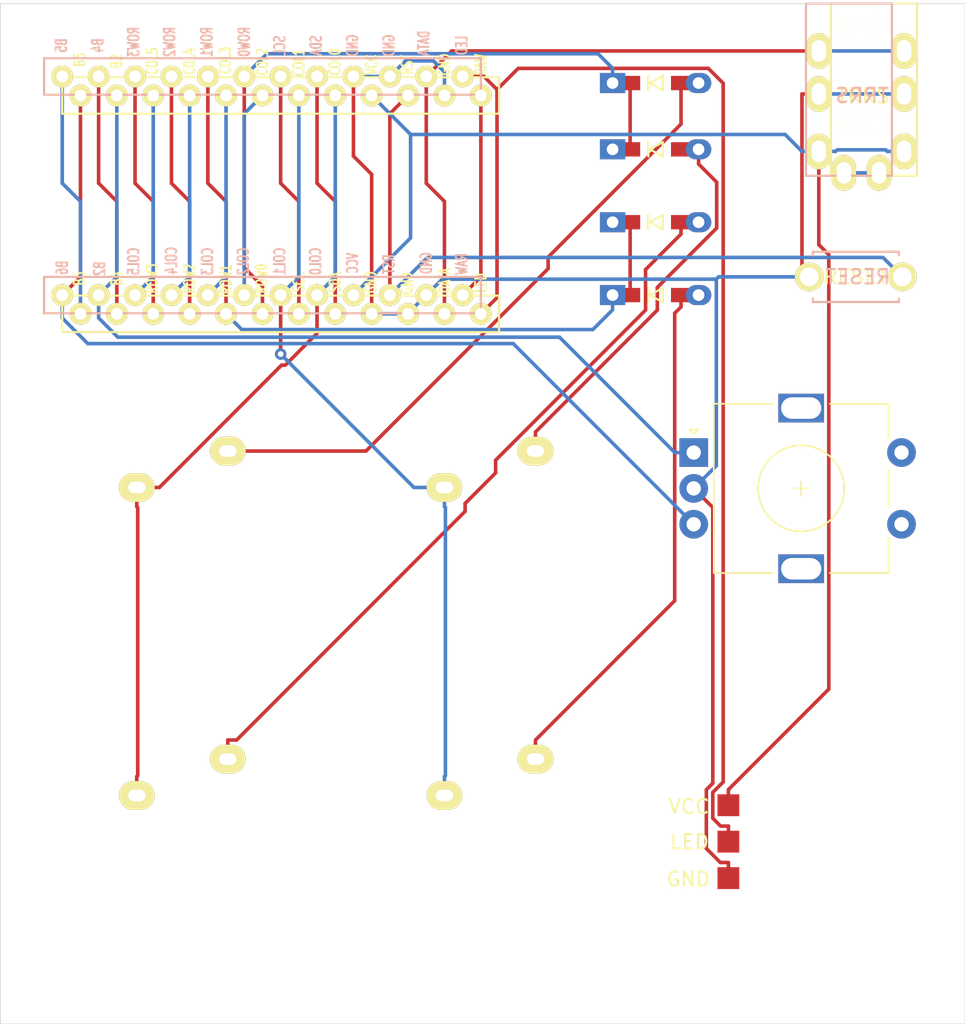
<source format=kicad_pcb>
(kicad_pcb (version 20171130) (host pcbnew 5.1.5+dfsg1-2build2)

  (general
    (thickness 1.6)
    (drawings 5)
    (tracks 197)
    (zones 0)
    (modules 13)
    (nets 28)
  )

  (page A4)
  (layers
    (0 F.Cu signal)
    (31 B.Cu signal)
    (32 B.Adhes user)
    (33 F.Adhes user)
    (34 B.Paste user)
    (35 F.Paste user)
    (36 B.SilkS user)
    (37 F.SilkS user)
    (38 B.Mask user)
    (39 F.Mask user)
    (40 Dwgs.User user)
    (41 Cmts.User user)
    (42 Eco1.User user)
    (43 Eco2.User user)
    (44 Edge.Cuts user)
    (45 Margin user)
    (46 B.CrtYd user)
    (47 F.CrtYd user)
    (48 B.Fab user)
    (49 F.Fab user)
  )

  (setup
    (last_trace_width 0.25)
    (trace_clearance 0.2)
    (zone_clearance 0.508)
    (zone_45_only no)
    (trace_min 0.2)
    (via_size 0.8)
    (via_drill 0.4)
    (via_min_size 0.4)
    (via_min_drill 0.3)
    (uvia_size 0.3)
    (uvia_drill 0.1)
    (uvias_allowed no)
    (uvia_min_size 0.2)
    (uvia_min_drill 0.1)
    (edge_width 0.05)
    (segment_width 0.2)
    (pcb_text_width 0.3)
    (pcb_text_size 1.5 1.5)
    (mod_edge_width 0.12)
    (mod_text_size 1 1)
    (mod_text_width 0.15)
    (pad_size 1.524 1.524)
    (pad_drill 0.762)
    (pad_to_mask_clearance 0.051)
    (solder_mask_min_width 0.25)
    (aux_axis_origin 0 0)
    (visible_elements FFFFFF7F)
    (pcbplotparams
      (layerselection 0x010fc_ffffffff)
      (usegerberextensions false)
      (usegerberattributes false)
      (usegerberadvancedattributes false)
      (creategerberjobfile false)
      (excludeedgelayer true)
      (linewidth 0.100000)
      (plotframeref false)
      (viasonmask false)
      (mode 1)
      (useauxorigin false)
      (hpglpennumber 1)
      (hpglpenspeed 20)
      (hpglpendiameter 15.000000)
      (psnegative false)
      (psa4output false)
      (plotreference true)
      (plotvalue true)
      (plotinvisibletext false)
      (padsonsilk false)
      (subtractmaskfromsilk false)
      (outputformat 1)
      (mirror false)
      (drillshape 1)
      (scaleselection 1)
      (outputdirectory ""))
  )

  (net 0 "")
  (net 1 row0)
  (net 2 "Net-(D1-Pad2)")
  (net 3 "Net-(D2-Pad2)")
  (net 4 row1)
  (net 5 "Net-(D3-Pad2)")
  (net 6 "Net-(D4-Pad2)")
  (net 7 VCC)
  (net 8 "Net-(J1-PadA)")
  (net 9 data)
  (net 10 GND)
  (net 11 LED)
  (net 12 col0)
  (net 13 col1)
  (net 14 reset)
  (net 15 pin1)
  (net 16 pin0)
  (net 17 "Net-(U1-Pad24)")
  (net 18 "Net-(U1-Pad18)")
  (net 19 "Net-(U1-Pad17)")
  (net 20 "Net-(U1-Pad16)")
  (net 21 "Net-(U1-Pad15)")
  (net 22 "Net-(U1-Pad12)")
  (net 23 "Net-(U1-Pad11)")
  (net 24 "Net-(U1-Pad10)")
  (net 25 "Net-(U1-Pad9)")
  (net 26 "Net-(U1-Pad6)")
  (net 27 "Net-(U1-Pad5)")

  (net_class Default "これはデフォルトのネット クラスです。"
    (clearance 0.2)
    (trace_width 0.25)
    (via_dia 0.8)
    (via_drill 0.4)
    (uvia_dia 0.3)
    (uvia_drill 0.1)
    (add_net GND)
    (add_net LED)
    (add_net "Net-(D1-Pad2)")
    (add_net "Net-(D2-Pad2)")
    (add_net "Net-(D3-Pad2)")
    (add_net "Net-(D4-Pad2)")
    (add_net "Net-(J1-PadA)")
    (add_net "Net-(U1-Pad10)")
    (add_net "Net-(U1-Pad11)")
    (add_net "Net-(U1-Pad12)")
    (add_net "Net-(U1-Pad15)")
    (add_net "Net-(U1-Pad16)")
    (add_net "Net-(U1-Pad17)")
    (add_net "Net-(U1-Pad18)")
    (add_net "Net-(U1-Pad24)")
    (add_net "Net-(U1-Pad5)")
    (add_net "Net-(U1-Pad6)")
    (add_net "Net-(U1-Pad9)")
    (add_net VCC)
    (add_net col0)
    (add_net col1)
    (add_net data)
    (add_net pin0)
    (add_net pin1)
    (add_net reset)
    (add_net row0)
    (add_net row1)
  )

  (module kbd:D3_TH (layer F.Cu) (tedit 5F85C08E) (tstamp 6150A9EB)
    (at 73.66 44.9085)
    (descr "Resitance 3 pas")
    (tags R)
    (path /61513E59)
    (autoplace_cost180 10)
    (fp_text reference D1 (at 0.55 0 -180) (layer F.Fab) hide
      (effects (font (size 0.5 0.5) (thickness 0.125)))
    )
    (fp_text value D (at -0.55 0 -180) (layer F.Fab) hide
      (effects (font (size 0.5 0.5) (thickness 0.125)))
    )
    (fp_line (start -0.4 0) (end 0.5 -0.5) (layer F.SilkS) (width 0.15))
    (fp_line (start 0.5 -0.5) (end 0.5 0.5) (layer F.SilkS) (width 0.15))
    (fp_line (start 0.5 0.5) (end -0.4 0) (layer F.SilkS) (width 0.15))
    (fp_line (start -0.5 -0.5) (end -0.5 0.5) (layer F.SilkS) (width 0.15))
    (pad 1 thru_hole rect (at -3 0) (size 1.778 1.397) (drill 0.8128) (layers *.Cu B.Mask)
      (net 1 row0))
    (pad 2 thru_hole oval (at 3 0) (size 1.778 1.397) (drill 0.8128) (layers *.Cu B.Mask)
      (net 2 "Net-(D1-Pad2)"))
    (pad 1 smd rect (at -1.775 0 180) (size 1.4 1) (layers F.Cu F.Paste F.Mask)
      (net 1 row0))
    (pad 2 smd rect (at 1.775 0 180) (size 1.4 1) (layers F.Cu F.Paste F.Mask)
      (net 2 "Net-(D1-Pad2)"))
    (model Diodes_SMD.3dshapes/SMB_Handsoldering.wrl
      (at (xyz 0 0 0))
      (scale (xyz 0.22 0.15 0.15))
      (rotate (xyz 0 0 180))
    )
    (model "/Users/foostan/src/github.com/foostan/kbd/kicad-packages3D/kbd.3dshapes/D_SOD-123 Soldered.step"
      (at (xyz 0 0 0))
      (scale (xyz 1 1 1))
      (rotate (xyz 0 0 0))
    )
    (model /Users/foostan/src/github.com/foostan/kbd/kicad-packages3D/kbd.3dshapes/D_SOD-123.step
      (at (xyz 0 0 0))
      (scale (xyz 1 1 1))
      (rotate (xyz 0 0 0))
    )
  )

  (module kbd:D3_TH (layer F.Cu) (tedit 5F85C08E) (tstamp 6150A9F7)
    (at 73.66 54.61)
    (descr "Resitance 3 pas")
    (tags R)
    (path /61514799)
    (autoplace_cost180 10)
    (fp_text reference D2 (at 0.55 0 -180) (layer F.Fab) hide
      (effects (font (size 0.5 0.5) (thickness 0.125)))
    )
    (fp_text value D (at -0.55 0 -180) (layer F.Fab) hide
      (effects (font (size 0.5 0.5) (thickness 0.125)))
    )
    (fp_line (start -0.5 -0.5) (end -0.5 0.5) (layer F.SilkS) (width 0.15))
    (fp_line (start 0.5 0.5) (end -0.4 0) (layer F.SilkS) (width 0.15))
    (fp_line (start 0.5 -0.5) (end 0.5 0.5) (layer F.SilkS) (width 0.15))
    (fp_line (start -0.4 0) (end 0.5 -0.5) (layer F.SilkS) (width 0.15))
    (pad 2 smd rect (at 1.775 0 180) (size 1.4 1) (layers F.Cu F.Paste F.Mask)
      (net 3 "Net-(D2-Pad2)"))
    (pad 1 smd rect (at -1.775 0 180) (size 1.4 1) (layers F.Cu F.Paste F.Mask)
      (net 4 row1))
    (pad 2 thru_hole oval (at 3 0) (size 1.778 1.397) (drill 0.8128) (layers *.Cu B.Mask)
      (net 3 "Net-(D2-Pad2)"))
    (pad 1 thru_hole rect (at -3 0) (size 1.778 1.397) (drill 0.8128) (layers *.Cu B.Mask)
      (net 4 row1))
    (model Diodes_SMD.3dshapes/SMB_Handsoldering.wrl
      (at (xyz 0 0 0))
      (scale (xyz 0.22 0.15 0.15))
      (rotate (xyz 0 0 180))
    )
    (model "/Users/foostan/src/github.com/foostan/kbd/kicad-packages3D/kbd.3dshapes/D_SOD-123 Soldered.step"
      (at (xyz 0 0 0))
      (scale (xyz 1 1 1))
      (rotate (xyz 0 0 0))
    )
    (model /Users/foostan/src/github.com/foostan/kbd/kicad-packages3D/kbd.3dshapes/D_SOD-123.step
      (at (xyz 0 0 0))
      (scale (xyz 1 1 1))
      (rotate (xyz 0 0 0))
    )
  )

  (module kbd:D3_TH (layer F.Cu) (tedit 5F85C08E) (tstamp 6150AA03)
    (at 73.66 49.53)
    (descr "Resitance 3 pas")
    (tags R)
    (path /61515100)
    (autoplace_cost180 10)
    (fp_text reference D3 (at 0.55 0 -180) (layer F.Fab) hide
      (effects (font (size 0.5 0.5) (thickness 0.125)))
    )
    (fp_text value D (at -0.55 0 -180) (layer F.Fab) hide
      (effects (font (size 0.5 0.5) (thickness 0.125)))
    )
    (fp_line (start -0.4 0) (end 0.5 -0.5) (layer F.SilkS) (width 0.15))
    (fp_line (start 0.5 -0.5) (end 0.5 0.5) (layer F.SilkS) (width 0.15))
    (fp_line (start 0.5 0.5) (end -0.4 0) (layer F.SilkS) (width 0.15))
    (fp_line (start -0.5 -0.5) (end -0.5 0.5) (layer F.SilkS) (width 0.15))
    (pad 1 thru_hole rect (at -3 0) (size 1.778 1.397) (drill 0.8128) (layers *.Cu B.Mask)
      (net 1 row0))
    (pad 2 thru_hole oval (at 3 0) (size 1.778 1.397) (drill 0.8128) (layers *.Cu B.Mask)
      (net 5 "Net-(D3-Pad2)"))
    (pad 1 smd rect (at -1.775 0 180) (size 1.4 1) (layers F.Cu F.Paste F.Mask)
      (net 1 row0))
    (pad 2 smd rect (at 1.775 0 180) (size 1.4 1) (layers F.Cu F.Paste F.Mask)
      (net 5 "Net-(D3-Pad2)"))
    (model Diodes_SMD.3dshapes/SMB_Handsoldering.wrl
      (at (xyz 0 0 0))
      (scale (xyz 0.22 0.15 0.15))
      (rotate (xyz 0 0 180))
    )
    (model "/Users/foostan/src/github.com/foostan/kbd/kicad-packages3D/kbd.3dshapes/D_SOD-123 Soldered.step"
      (at (xyz 0 0 0))
      (scale (xyz 1 1 1))
      (rotate (xyz 0 0 0))
    )
    (model /Users/foostan/src/github.com/foostan/kbd/kicad-packages3D/kbd.3dshapes/D_SOD-123.step
      (at (xyz 0 0 0))
      (scale (xyz 1 1 1))
      (rotate (xyz 0 0 0))
    )
  )

  (module kbd:D3_TH (layer F.Cu) (tedit 5F85C08E) (tstamp 6150AA0F)
    (at 73.66 59.69)
    (descr "Resitance 3 pas")
    (tags R)
    (path /61515AF4)
    (autoplace_cost180 10)
    (fp_text reference D4 (at 0.55 0 -180) (layer F.Fab) hide
      (effects (font (size 0.5 0.5) (thickness 0.125)))
    )
    (fp_text value D (at -0.55 0 -180) (layer F.Fab) hide
      (effects (font (size 0.5 0.5) (thickness 0.125)))
    )
    (fp_line (start -0.5 -0.5) (end -0.5 0.5) (layer F.SilkS) (width 0.15))
    (fp_line (start 0.5 0.5) (end -0.4 0) (layer F.SilkS) (width 0.15))
    (fp_line (start 0.5 -0.5) (end 0.5 0.5) (layer F.SilkS) (width 0.15))
    (fp_line (start -0.4 0) (end 0.5 -0.5) (layer F.SilkS) (width 0.15))
    (pad 2 smd rect (at 1.775 0 180) (size 1.4 1) (layers F.Cu F.Paste F.Mask)
      (net 6 "Net-(D4-Pad2)"))
    (pad 1 smd rect (at -1.775 0 180) (size 1.4 1) (layers F.Cu F.Paste F.Mask)
      (net 4 row1))
    (pad 2 thru_hole oval (at 3 0) (size 1.778 1.397) (drill 0.8128) (layers *.Cu B.Mask)
      (net 6 "Net-(D4-Pad2)"))
    (pad 1 thru_hole rect (at -3 0) (size 1.778 1.397) (drill 0.8128) (layers *.Cu B.Mask)
      (net 4 row1))
    (model Diodes_SMD.3dshapes/SMB_Handsoldering.wrl
      (at (xyz 0 0 0))
      (scale (xyz 0.22 0.15 0.15))
      (rotate (xyz 0 0 180))
    )
    (model "/Users/foostan/src/github.com/foostan/kbd/kicad-packages3D/kbd.3dshapes/D_SOD-123 Soldered.step"
      (at (xyz 0 0 0))
      (scale (xyz 1 1 1))
      (rotate (xyz 0 0 0))
    )
    (model /Users/foostan/src/github.com/foostan/kbd/kicad-packages3D/kbd.3dshapes/D_SOD-123.step
      (at (xyz 0 0 0))
      (scale (xyz 1 1 1))
      (rotate (xyz 0 0 0))
    )
  )

  (module kbd:MJ-4PP-9 (layer F.Cu) (tedit 5B986A1E) (tstamp 6150AA29)
    (at 88.9 39.37)
    (path /6162200D)
    (fp_text reference J1 (at -0.85 4.95) (layer F.Fab)
      (effects (font (size 1 1) (thickness 0.15)))
    )
    (fp_text value MJ-4PP-9 (at 0 14) (layer F.Fab) hide
      (effects (font (size 1 1) (thickness 0.15)))
    )
    (fp_text user TRRS (at -0.8255 6.4135) (layer B.SilkS)
      (effects (font (size 1 1) (thickness 0.15)) (justify mirror))
    )
    (fp_line (start -4.75 12) (end -4.75 0) (layer B.SilkS) (width 0.15))
    (fp_line (start 1.25 12) (end -4.75 12) (layer B.SilkS) (width 0.15))
    (fp_line (start 1.25 0) (end 1.25 12) (layer B.SilkS) (width 0.15))
    (fp_line (start -4.75 0) (end 1.25 0) (layer B.SilkS) (width 0.15))
    (fp_line (start -3 0) (end 3 0) (layer F.SilkS) (width 0.15))
    (fp_line (start 3 0) (end 3 12) (layer F.SilkS) (width 0.15))
    (fp_line (start 3 12) (end -3 12) (layer F.SilkS) (width 0.15))
    (fp_line (start -3 12) (end -3 0) (layer F.SilkS) (width 0.15))
    (fp_text user TRRS (at -0.75 6.45) (layer F.SilkS)
      (effects (font (size 1 1) (thickness 0.15)))
    )
    (pad "" np_thru_hole circle (at -1.75 8.5) (size 1.2 1.2) (drill 1.2) (layers *.Cu *.Mask F.SilkS))
    (pad "" np_thru_hole circle (at -1.75 1.5) (size 1.2 1.2) (drill 1.2) (layers *.Cu *.Mask F.SilkS))
    (pad D thru_hole oval (at -3.85 10.3) (size 1.7 2.5) (drill oval 1 1.5) (layers *.Cu *.Mask F.SilkS)
      (net 7 VCC) (clearance 0.15))
    (pad A thru_hole oval (at 0.35 11.8) (size 1.7 2.5) (drill oval 1 1.5) (layers *.Cu *.Mask F.SilkS)
      (net 8 "Net-(J1-PadA)") (clearance 0.15))
    (pad B thru_hole oval (at -3.85 3.3) (size 1.7 2.5) (drill oval 1 1.5) (layers *.Cu *.Mask F.SilkS)
      (net 9 data))
    (pad C thru_hole oval (at -3.85 6.3) (size 1.7 2.5) (drill oval 1 1.5) (layers *.Cu *.Mask F.SilkS)
      (net 10 GND))
    (pad "" np_thru_hole circle (at 0 1.5) (size 1.2 1.2) (drill 1.2) (layers *.Cu *.Mask F.SilkS))
    (pad "" np_thru_hole circle (at 0 8.5) (size 1.2 1.2) (drill 1.2) (layers *.Cu *.Mask F.SilkS))
    (pad B thru_hole oval (at 2.1 3.3) (size 1.7 2.5) (drill oval 1 1.5) (layers *.Cu *.Mask F.SilkS)
      (net 9 data))
    (pad C thru_hole oval (at 2.1 6.3) (size 1.7 2.5) (drill oval 1 1.5) (layers *.Cu *.Mask F.SilkS)
      (net 10 GND))
    (pad D thru_hole oval (at 2.1 10.3) (size 1.7 2.5) (drill oval 1 1.5) (layers *.Cu *.Mask F.SilkS)
      (net 7 VCC) (clearance 0.15))
    (pad A thru_hole oval (at -2.1 11.8) (size 1.7 2.5) (drill oval 1 1.5) (layers *.Cu *.Mask F.SilkS)
      (net 8 "Net-(J1-PadA)") (clearance 0.15))
    (model "../../../../../../Users/pluis/Documents/Magic Briefcase/Documents/KiCad/3d/AB2_TRS_3p5MM_PTH.wrl"
      (at (xyz 0 0 0))
      (scale (xyz 0.42 0.42 0.42))
      (rotate (xyz 0 0 90))
    )
  )

  (module kbd:StripLED_1side (layer F.Cu) (tedit 5CC6A803) (tstamp 6150AA33)
    (at 78.74 95.25)
    (path /615A522A)
    (fp_text reference L1 (at 0 -2.54) (layer F.SilkS) hide
      (effects (font (size 1 1) (thickness 0.15)))
    )
    (fp_text value SELIAL_LED_TEAP (at 0 7.62) (layer F.Fab) hide
      (effects (font (size 1 1) (thickness 0.15)))
    )
    (fp_text user VCC (at -2.75 0.1) (layer F.SilkS)
      (effects (font (size 1 1) (thickness 0.15)))
    )
    (fp_text user LED (at -2.71 2.56) (layer F.SilkS)
      (effects (font (size 1 1) (thickness 0.15)))
    )
    (fp_text user GND (at -2.8 5.15) (layer F.SilkS)
      (effects (font (size 1 1) (thickness 0.15)))
    )
    (pad 3 smd rect (at 0 5.08) (size 1.524 1.524) (layers F.Cu F.Mask)
      (net 10 GND))
    (pad 2 smd rect (at 0 2.54) (size 1.524 1.524) (layers F.Cu F.Mask)
      (net 11 LED))
    (pad 1 smd rect (at 0 0) (size 1.524 1.524) (layers F.Cu F.Mask)
      (net 7 VCC))
  )

  (module kbd:CherryMX_1u (layer F.Cu) (tedit 5DD09E25) (tstamp 6150AA48)
    (at 41.27 75.64)
    (path /6150DB2A)
    (fp_text reference SW1 (at 4.6 6 180) (layer Dwgs.User) hide
      (effects (font (size 1 1) (thickness 0.15)))
    )
    (fp_text value SW_PUSH (at -0.5 6 180) (layer Dwgs.User) hide
      (effects (font (size 1 1) (thickness 0.15)))
    )
    (fp_line (start -6 7) (end -7 7) (layer Dwgs.User) (width 0.15))
    (fp_line (start -7 6) (end -7 7) (layer Dwgs.User) (width 0.15))
    (fp_line (start 7 -7) (end 6 -7) (layer Dwgs.User) (width 0.15))
    (fp_line (start 7 -6) (end 7 -7) (layer Dwgs.User) (width 0.15))
    (fp_line (start 7 7) (end 7 6) (layer Dwgs.User) (width 0.15))
    (fp_line (start 6 7) (end 7 7) (layer Dwgs.User) (width 0.15))
    (fp_line (start -7 -7) (end -6 -7) (layer Dwgs.User) (width 0.15))
    (fp_line (start -7 -6) (end -7 -7) (layer Dwgs.User) (width 0.15))
    (fp_line (start -9.525 9.525) (end -9.525 -9.525) (layer Dwgs.User) (width 0.15))
    (fp_line (start 9.525 9.525) (end -9.525 9.525) (layer Dwgs.User) (width 0.15))
    (fp_line (start 9.525 -9.525) (end 9.525 9.525) (layer Dwgs.User) (width 0.15))
    (fp_line (start -9.525 -9.525) (end 9.525 -9.525) (layer Dwgs.User) (width 0.15))
    (pad 1 thru_hole oval (at -3.81 -2.54) (size 2.5 2) (drill oval 1.2 0.8) (layers *.Cu F.SilkS B.Mask)
      (net 12 col0))
    (pad 2 thru_hole oval (at 2.54 -5.08) (size 2.5 2) (drill oval 1.2 0.8) (layers *.Cu F.SilkS B.Mask)
      (net 2 "Net-(D1-Pad2)"))
    (pad "" np_thru_hole circle (at 5.08 0 90) (size 1.9 1.9) (drill 1.9) (layers *.Cu *.Mask))
    (pad "" np_thru_hole circle (at -5.08 0 90) (size 1.9 1.9) (drill 1.9) (layers *.Cu *.Mask))
    (pad "" np_thru_hole circle (at 0 0 90) (size 4 4) (drill 4) (layers *.Cu *.Mask))
  )

  (module kbd:CherryMX_1u (layer F.Cu) (tedit 5DD09E25) (tstamp 6150AA5D)
    (at 41.27 97.11)
    (path /6150E78B)
    (fp_text reference SW2 (at 4.6 6 180) (layer Dwgs.User) hide
      (effects (font (size 1 1) (thickness 0.15)))
    )
    (fp_text value SW_PUSH (at -0.5 6 180) (layer Dwgs.User) hide
      (effects (font (size 1 1) (thickness 0.15)))
    )
    (fp_line (start -9.525 -9.525) (end 9.525 -9.525) (layer Dwgs.User) (width 0.15))
    (fp_line (start 9.525 -9.525) (end 9.525 9.525) (layer Dwgs.User) (width 0.15))
    (fp_line (start 9.525 9.525) (end -9.525 9.525) (layer Dwgs.User) (width 0.15))
    (fp_line (start -9.525 9.525) (end -9.525 -9.525) (layer Dwgs.User) (width 0.15))
    (fp_line (start -7 -6) (end -7 -7) (layer Dwgs.User) (width 0.15))
    (fp_line (start -7 -7) (end -6 -7) (layer Dwgs.User) (width 0.15))
    (fp_line (start 6 7) (end 7 7) (layer Dwgs.User) (width 0.15))
    (fp_line (start 7 7) (end 7 6) (layer Dwgs.User) (width 0.15))
    (fp_line (start 7 -6) (end 7 -7) (layer Dwgs.User) (width 0.15))
    (fp_line (start 7 -7) (end 6 -7) (layer Dwgs.User) (width 0.15))
    (fp_line (start -7 6) (end -7 7) (layer Dwgs.User) (width 0.15))
    (fp_line (start -6 7) (end -7 7) (layer Dwgs.User) (width 0.15))
    (pad "" np_thru_hole circle (at 0 0 90) (size 4 4) (drill 4) (layers *.Cu *.Mask))
    (pad "" np_thru_hole circle (at -5.08 0 90) (size 1.9 1.9) (drill 1.9) (layers *.Cu *.Mask))
    (pad "" np_thru_hole circle (at 5.08 0 90) (size 1.9 1.9) (drill 1.9) (layers *.Cu *.Mask))
    (pad 2 thru_hole oval (at 2.54 -5.08) (size 2.5 2) (drill oval 1.2 0.8) (layers *.Cu F.SilkS B.Mask)
      (net 3 "Net-(D2-Pad2)"))
    (pad 1 thru_hole oval (at -3.81 -2.54) (size 2.5 2) (drill oval 1.2 0.8) (layers *.Cu F.SilkS B.Mask)
      (net 12 col0))
  )

  (module kbd:CherryMX_1u (layer F.Cu) (tedit 5DD09E25) (tstamp 6150AA72)
    (at 62.74 75.64)
    (path /6150F93C)
    (fp_text reference SW3 (at 4.6 6 180) (layer Dwgs.User) hide
      (effects (font (size 1 1) (thickness 0.15)))
    )
    (fp_text value SW_PUSH (at -0.5 6 180) (layer Dwgs.User) hide
      (effects (font (size 1 1) (thickness 0.15)))
    )
    (fp_line (start -6 7) (end -7 7) (layer Dwgs.User) (width 0.15))
    (fp_line (start -7 6) (end -7 7) (layer Dwgs.User) (width 0.15))
    (fp_line (start 7 -7) (end 6 -7) (layer Dwgs.User) (width 0.15))
    (fp_line (start 7 -6) (end 7 -7) (layer Dwgs.User) (width 0.15))
    (fp_line (start 7 7) (end 7 6) (layer Dwgs.User) (width 0.15))
    (fp_line (start 6 7) (end 7 7) (layer Dwgs.User) (width 0.15))
    (fp_line (start -7 -7) (end -6 -7) (layer Dwgs.User) (width 0.15))
    (fp_line (start -7 -6) (end -7 -7) (layer Dwgs.User) (width 0.15))
    (fp_line (start -9.525 9.525) (end -9.525 -9.525) (layer Dwgs.User) (width 0.15))
    (fp_line (start 9.525 9.525) (end -9.525 9.525) (layer Dwgs.User) (width 0.15))
    (fp_line (start 9.525 -9.525) (end 9.525 9.525) (layer Dwgs.User) (width 0.15))
    (fp_line (start -9.525 -9.525) (end 9.525 -9.525) (layer Dwgs.User) (width 0.15))
    (pad 1 thru_hole oval (at -3.81 -2.54) (size 2.5 2) (drill oval 1.2 0.8) (layers *.Cu F.SilkS B.Mask)
      (net 13 col1))
    (pad 2 thru_hole oval (at 2.54 -5.08) (size 2.5 2) (drill oval 1.2 0.8) (layers *.Cu F.SilkS B.Mask)
      (net 5 "Net-(D3-Pad2)"))
    (pad "" np_thru_hole circle (at 5.08 0 90) (size 1.9 1.9) (drill 1.9) (layers *.Cu *.Mask))
    (pad "" np_thru_hole circle (at -5.08 0 90) (size 1.9 1.9) (drill 1.9) (layers *.Cu *.Mask))
    (pad "" np_thru_hole circle (at 0 0 90) (size 4 4) (drill 4) (layers *.Cu *.Mask))
  )

  (module kbd:CherryMX_1u (layer F.Cu) (tedit 5DD09E25) (tstamp 6150AA87)
    (at 62.74 97.11)
    (path /615106CE)
    (fp_text reference SW4 (at 4.6 6 180) (layer Dwgs.User) hide
      (effects (font (size 1 1) (thickness 0.15)))
    )
    (fp_text value SW_PUSH (at -0.5 6 180) (layer Dwgs.User) hide
      (effects (font (size 1 1) (thickness 0.15)))
    )
    (fp_line (start -9.525 -9.525) (end 9.525 -9.525) (layer Dwgs.User) (width 0.15))
    (fp_line (start 9.525 -9.525) (end 9.525 9.525) (layer Dwgs.User) (width 0.15))
    (fp_line (start 9.525 9.525) (end -9.525 9.525) (layer Dwgs.User) (width 0.15))
    (fp_line (start -9.525 9.525) (end -9.525 -9.525) (layer Dwgs.User) (width 0.15))
    (fp_line (start -7 -6) (end -7 -7) (layer Dwgs.User) (width 0.15))
    (fp_line (start -7 -7) (end -6 -7) (layer Dwgs.User) (width 0.15))
    (fp_line (start 6 7) (end 7 7) (layer Dwgs.User) (width 0.15))
    (fp_line (start 7 7) (end 7 6) (layer Dwgs.User) (width 0.15))
    (fp_line (start 7 -6) (end 7 -7) (layer Dwgs.User) (width 0.15))
    (fp_line (start 7 -7) (end 6 -7) (layer Dwgs.User) (width 0.15))
    (fp_line (start -7 6) (end -7 7) (layer Dwgs.User) (width 0.15))
    (fp_line (start -6 7) (end -7 7) (layer Dwgs.User) (width 0.15))
    (pad "" np_thru_hole circle (at 0 0 90) (size 4 4) (drill 4) (layers *.Cu *.Mask))
    (pad "" np_thru_hole circle (at -5.08 0 90) (size 1.9 1.9) (drill 1.9) (layers *.Cu *.Mask))
    (pad "" np_thru_hole circle (at 5.08 0 90) (size 1.9 1.9) (drill 1.9) (layers *.Cu *.Mask))
    (pad 2 thru_hole oval (at 2.54 -5.08) (size 2.5 2) (drill oval 1.2 0.8) (layers *.Cu F.SilkS B.Mask)
      (net 6 "Net-(D4-Pad2)"))
    (pad 1 thru_hole oval (at -3.81 -2.54) (size 2.5 2) (drill oval 1.2 0.8) (layers *.Cu F.SilkS B.Mask)
      (net 13 col1))
  )

  (module kbd:ResetSW (layer F.Cu) (tedit 5B9559E6) (tstamp 6150AA9B)
    (at 87.63 58.42)
    (path /6157A3B4)
    (fp_text reference SW5 (at 0 2.55) (layer F.SilkS) hide
      (effects (font (size 1 1) (thickness 0.15)))
    )
    (fp_text value SW_PUSH (at 0 -2.55) (layer F.Fab)
      (effects (font (size 1 1) (thickness 0.15)))
    )
    (fp_text user RESET (at 0.127 0) (layer B.SilkS)
      (effects (font (size 1 1) (thickness 0.15)) (justify mirror))
    )
    (fp_line (start 3 1.5) (end 3 1.75) (layer B.SilkS) (width 0.15))
    (fp_line (start 3 1.75) (end -3 1.75) (layer B.SilkS) (width 0.15))
    (fp_line (start -3 1.75) (end -3 1.5) (layer B.SilkS) (width 0.15))
    (fp_line (start -3 -1.5) (end -3 -1.75) (layer B.SilkS) (width 0.15))
    (fp_line (start -3 -1.75) (end 3 -1.75) (layer B.SilkS) (width 0.15))
    (fp_line (start 3 -1.75) (end 3 -1.5) (layer B.SilkS) (width 0.15))
    (fp_line (start -3 1.75) (end 3 1.75) (layer F.SilkS) (width 0.15))
    (fp_line (start 3 1.75) (end 3 1.5) (layer F.SilkS) (width 0.15))
    (fp_line (start -3 1.75) (end -3 1.5) (layer F.SilkS) (width 0.15))
    (fp_line (start -3 -1.75) (end -3 -1.5) (layer F.SilkS) (width 0.15))
    (fp_line (start -3 -1.75) (end 3 -1.75) (layer F.SilkS) (width 0.15))
    (fp_line (start 3 -1.75) (end 3 -1.5) (layer F.SilkS) (width 0.15))
    (fp_text user RESET (at 0 0) (layer F.SilkS)
      (effects (font (size 1 1) (thickness 0.15)))
    )
    (pad 1 thru_hole circle (at 3.25 0) (size 2 2) (drill 1.3) (layers *.Cu *.Mask F.SilkS)
      (net 14 reset))
    (pad 2 thru_hole circle (at -3.25 0) (size 2 2) (drill 1.3) (layers *.Cu *.Mask F.SilkS)
      (net 10 GND))
  )

  (module Keebio:RotaryEncoder_EC11 (layer F.Cu) (tedit 5D936EDB) (tstamp 6150AAC1)
    (at 83.82 73.165)
    (descr "Alps rotary encoder, EC12E... with switch, vertical shaft, http://www.alps.com/prod/info/E/HTML/Encoder/Incremental/EC11/EC11E15204A3.html")
    (tags "rotary encoder")
    (path /61510E9F)
    (fp_text reference SW6 (at -4.7 -7.2) (layer F.Fab)
      (effects (font (size 1 1) (thickness 0.15)))
    )
    (fp_text value Rotary_Encoder (at 0 7.9) (layer F.Fab)
      (effects (font (size 1 1) (thickness 0.15)))
    )
    (fp_circle (center 0 0) (end 3 0) (layer F.Fab) (width 0.12))
    (fp_circle (center 0 0) (end 3 0) (layer F.SilkS) (width 0.12))
    (fp_line (start 8.5 7.1) (end -9 7.1) (layer F.CrtYd) (width 0.05))
    (fp_line (start 8.5 7.1) (end 8.5 -7.1) (layer F.CrtYd) (width 0.05))
    (fp_line (start -9 -7.1) (end -9 7.1) (layer F.CrtYd) (width 0.05))
    (fp_line (start -9 -7.1) (end 8.5 -7.1) (layer F.CrtYd) (width 0.05))
    (fp_line (start -5 -5.8) (end 6 -5.8) (layer F.Fab) (width 0.12))
    (fp_line (start 6 -5.8) (end 6 5.8) (layer F.Fab) (width 0.12))
    (fp_line (start 6 5.8) (end -6 5.8) (layer F.Fab) (width 0.12))
    (fp_line (start -6 5.8) (end -6 -4.7) (layer F.Fab) (width 0.12))
    (fp_line (start -6 -4.7) (end -5 -5.8) (layer F.Fab) (width 0.12))
    (fp_line (start 2 -5.9) (end 6.1 -5.9) (layer F.SilkS) (width 0.12))
    (fp_line (start 6.1 5.9) (end 2 5.9) (layer F.SilkS) (width 0.12))
    (fp_line (start -2 5.9) (end -6.1 5.9) (layer F.SilkS) (width 0.12))
    (fp_line (start -2 -5.9) (end -6.1 -5.9) (layer F.SilkS) (width 0.12))
    (fp_line (start -6.1 -5.9) (end -6.1 5.9) (layer F.SilkS) (width 0.12))
    (fp_line (start -7.5 -3.8) (end -7.8 -4.1) (layer F.SilkS) (width 0.12))
    (fp_line (start -7.8 -4.1) (end -7.2 -4.1) (layer F.SilkS) (width 0.12))
    (fp_line (start -7.2 -4.1) (end -7.5 -3.8) (layer F.SilkS) (width 0.12))
    (fp_line (start 0 -3) (end 0 3) (layer F.Fab) (width 0.12))
    (fp_line (start -3 0) (end 3 0) (layer F.Fab) (width 0.12))
    (fp_line (start 6.1 -5.9) (end 6.1 -3.5) (layer F.SilkS) (width 0.12))
    (fp_line (start 6.1 -1.3) (end 6.1 1.3) (layer F.SilkS) (width 0.12))
    (fp_line (start 6.1 3.5) (end 6.1 5.9) (layer F.SilkS) (width 0.12))
    (fp_line (start 0 -0.5) (end 0 0.5) (layer F.SilkS) (width 0.12))
    (fp_line (start -0.5 0) (end 0.5 0) (layer F.SilkS) (width 0.12))
    (fp_text user %R (at 3.6 3.8) (layer F.Fab)
      (effects (font (size 1 1) (thickness 0.15)))
    )
    (pad S1 thru_hole circle (at 7 2.5) (size 2 2) (drill 1) (layers *.Cu *.Mask))
    (pad S2 thru_hole circle (at 7 -2.5) (size 2 2) (drill 1) (layers *.Cu *.Mask))
    (pad "" np_thru_hole rect (at 0 5.6) (size 3.2 2) (drill oval 2.8 1.5) (layers *.Cu *.Mask))
    (pad "" np_thru_hole rect (at 0 -5.6) (size 3.2 2) (drill oval 2.8 1.5) (layers *.Cu *.Mask))
    (pad B thru_hole circle (at -7.5 2.5) (size 2 2) (drill 1) (layers *.Cu *.Mask)
      (net 15 pin1))
    (pad C thru_hole circle (at -7.5 0) (size 2 2) (drill 1) (layers *.Cu *.Mask)
      (net 10 GND))
    (pad A thru_hole rect (at -7.5 -2.5) (size 2 2) (drill 1) (layers *.Cu *.Mask)
      (net 16 pin0))
    (model ${KISYS3DMOD}/Rotary_Encoder.3dshapes/RotaryEncoder_Alps_EC11E-Switch_Vertical_H20mm.wrl
      (at (xyz 0 0 0))
      (scale (xyz 1 1 1))
      (rotate (xyz 0 0 0))
    )
  )

  (module kbd:ProMicro_v2 (layer F.Cu) (tedit 5B7FE439) (tstamp 6150AB3F)
    (at 46.99 53.34 270)
    (path /61500D66)
    (fp_text reference U1 (at -1.27 2.762 180) (layer F.SilkS) hide
      (effects (font (size 1 1) (thickness 0.15)))
    )
    (fp_text value ProMicro (at -1.27 14.732 90) (layer F.Fab) hide
      (effects (font (size 1 1) (thickness 0.15)))
    )
    (fp_text user RAW (at 4.191 -13.1445 90) (layer B.SilkS)
      (effects (font (size 0.75 0.5) (thickness 0.125)) (justify mirror))
    )
    (fp_text user LED (at -11.049 -13.1445 90) (layer B.SilkS)
      (effects (font (size 0.75 0.5) (thickness 0.125)) (justify mirror))
    )
    (fp_text user GND (at 4.1275 -10.668 90) (layer B.SilkS)
      (effects (font (size 0.75 0.5) (thickness 0.125)) (justify mirror))
    )
    (fp_text user DATA (at -11.2 -10.5 90) (layer B.SilkS)
      (effects (font (size 0.75 0.5) (thickness 0.125)) (justify mirror))
    )
    (fp_text user RST (at 4.191 -8.0645 90) (layer B.SilkS)
      (effects (font (size 0.75 0.5) (thickness 0.125)) (justify mirror))
    )
    (fp_text user GND (at -11.049 -8.0645 90) (layer B.SilkS)
      (effects (font (size 0.75 0.5) (thickness 0.125)) (justify mirror))
    )
    (fp_text user VCC (at 4.1275 -5.5245 90) (layer B.SilkS)
      (effects (font (size 0.75 0.5) (thickness 0.125)) (justify mirror))
    )
    (fp_text user GND (at -11.049 -5.5245 90) (layer B.SilkS)
      (effects (font (size 0.75 0.5) (thickness 0.125)) (justify mirror))
    )
    (fp_text user COL3 (at 4 4.6 90) (layer B.SilkS)
      (effects (font (size 0.75 0.5) (thickness 0.125)) (justify mirror))
    )
    (fp_text user ROW0 (at -11.3 2.032 90) (layer B.SilkS)
      (effects (font (size 0.75 0.5) (thickness 0.125)) (justify mirror))
    )
    (fp_text user COL2 (at 4 2.1 90) (layer B.SilkS)
      (effects (font (size 0.75 0.5) (thickness 0.125)) (justify mirror))
    )
    (fp_text user SCL (at -11.049 -0.4445 90) (layer B.SilkS)
      (effects (font (size 0.75 0.5) (thickness 0.125)) (justify mirror))
    )
    (fp_text user COL1 (at 4 -0.4445 90) (layer B.SilkS)
      (effects (font (size 0.75 0.5) (thickness 0.125)) (justify mirror))
    )
    (fp_text user SDA (at -11.049 -2.9845 90) (layer B.SilkS)
      (effects (font (size 0.75 0.5) (thickness 0.125)) (justify mirror))
    )
    (fp_text user COL0 (at 4 -2.95 90) (layer B.SilkS)
      (effects (font (size 0.75 0.5) (thickness 0.125)) (justify mirror))
    )
    (fp_text user B6 (at 4.445 14.732 90) (layer B.SilkS)
      (effects (font (size 0.75 0.5) (thickness 0.125)) (justify mirror))
    )
    (fp_text user B5 (at -11.049 14.7955 90) (layer B.SilkS)
      (effects (font (size 0.75 0.5) (thickness 0.125)) (justify mirror))
    )
    (fp_text user B4 (at -11.049 12.2555 90) (layer B.SilkS)
      (effects (font (size 0.75 0.5) (thickness 0.125)) (justify mirror))
    )
    (fp_text user B2 (at 4.5085 12.1285 90) (layer B.SilkS)
      (effects (font (size 0.75 0.5) (thickness 0.125)) (justify mirror))
    )
    (fp_text user ROW3 (at -11.3 9.75 90) (layer B.SilkS)
      (effects (font (size 0.75 0.5) (thickness 0.125)) (justify mirror))
    )
    (fp_text user COL5 (at 4 9.75 90) (layer B.SilkS)
      (effects (font (size 0.75 0.5) (thickness 0.125)) (justify mirror))
    )
    (fp_text user ROW2 (at -11.3 7.239 90) (layer B.SilkS)
      (effects (font (size 0.75 0.5) (thickness 0.125)) (justify mirror))
    )
    (fp_text user COL4 (at 3.95 7.112 90) (layer B.SilkS)
      (effects (font (size 0.75 0.5) (thickness 0.125)) (justify mirror))
    )
    (fp_text user ROW1 (at -11.3 4.6355 90) (layer B.SilkS)
      (effects (font (size 0.75 0.5) (thickness 0.125)) (justify mirror))
    )
    (fp_text user ROW1 (at 5.25 3.302 90) (layer F.SilkS)
      (effects (font (size 0.75 0.5) (thickness 0.125)))
    )
    (fp_text user COL4 (at -9.95 5.85 90) (layer F.SilkS)
      (effects (font (size 0.75 0.5) (thickness 0.125)))
    )
    (fp_text user ROW2 (at 5.2 5.85 90) (layer F.SilkS)
      (effects (font (size 0.75 0.5) (thickness 0.125)))
    )
    (fp_text user COL5 (at -9.95 8.4455 90) (layer F.SilkS)
      (effects (font (size 0.75 0.5) (thickness 0.125)))
    )
    (fp_text user ROW3 (at 5.2 8.4455 90) (layer F.SilkS)
      (effects (font (size 0.75 0.5) (thickness 0.125)))
    )
    (fp_text user B2 (at -9.95 10.95 90) (layer F.SilkS)
      (effects (font (size 0.75 0.5) (thickness 0.125)))
    )
    (fp_text user B4 (at 5.2 10.922 90) (layer F.SilkS)
      (effects (font (size 0.75 0.5) (thickness 0.125)))
    )
    (fp_text user B5 (at 5.2 13.5255 90) (layer F.SilkS)
      (effects (font (size 0.75 0.5) (thickness 0.125)))
    )
    (fp_text user B6 (at -10.05 13.5 90) (layer F.SilkS)
      (effects (font (size 0.75 0.5) (thickness 0.125)))
    )
    (fp_text user COL0 (at -9.9 -4.3 90) (layer F.SilkS)
      (effects (font (size 0.75 0.5) (thickness 0.125)))
    )
    (fp_text user SDA (at 5.461 -4.318 90) (layer F.SilkS)
      (effects (font (size 0.75 0.5) (thickness 0.125)))
    )
    (fp_text user COL1 (at -9.85 -1.778 90) (layer F.SilkS)
      (effects (font (size 0.75 0.5) (thickness 0.125)))
    )
    (fp_text user SCL (at 5.461 -1.778 90) (layer F.SilkS)
      (effects (font (size 0.75 0.5) (thickness 0.125)))
    )
    (fp_text user COL2 (at -9.9 0.762 90) (layer F.SilkS)
      (effects (font (size 0.75 0.5) (thickness 0.125)))
    )
    (fp_text user ROW0 (at 5.2 0.8 90) (layer F.SilkS)
      (effects (font (size 0.75 0.5) (thickness 0.125)))
    )
    (fp_text user COL3 (at -10 3.35 90) (layer F.SilkS)
      (effects (font (size 0.75 0.5) (thickness 0.125)))
    )
    (fp_text user GND (at 5.461 -6.7945 90) (layer F.SilkS)
      (effects (font (size 0.75 0.5) (thickness 0.125)))
    )
    (fp_text user VCC (at -9.7155 -6.858 90) (layer F.SilkS)
      (effects (font (size 0.75 0.5) (thickness 0.125)))
    )
    (fp_text user GND (at 5.5245 -9.3345 90) (layer F.SilkS)
      (effects (font (size 0.75 0.5) (thickness 0.125)))
    )
    (fp_text user RST (at -9.7155 -9.3345 90) (layer F.SilkS)
      (effects (font (size 0.75 0.5) (thickness 0.125)))
    )
    (fp_text user DATA (at 5.35 -11.95 90) (layer F.SilkS)
      (effects (font (size 0.75 0.5) (thickness 0.125)))
    )
    (fp_text user GND (at -9.7155 -11.938 90) (layer F.SilkS)
      (effects (font (size 0.75 0.5) (thickness 0.125)))
    )
    (fp_text user LED (at 5.5 -14.478 90) (layer F.SilkS)
      (effects (font (size 0.75 0.5) (thickness 0.125)))
    )
    (fp_text user RAW (at -9.7155 -14.478 90) (layer F.SilkS)
      (effects (font (size 0.75 0.5) (thickness 0.125)))
    )
    (fp_text user "" (at -1.2065 -16.256 90) (layer B.SilkS)
      (effects (font (size 1 1) (thickness 0.15)) (justify mirror))
    )
    (fp_text user "" (at -0.5 -17.25 90) (layer F.SilkS)
      (effects (font (size 1 1) (thickness 0.15)))
    )
    (fp_line (start 6.3864 14.732) (end 6.3864 -15.748) (layer F.SilkS) (width 0.15))
    (fp_line (start 8.9264 14.732) (end 6.3864 14.732) (layer F.SilkS) (width 0.15))
    (fp_line (start 8.9264 -15.748) (end 8.9264 14.732) (layer F.SilkS) (width 0.15))
    (fp_line (start 6.3864 -15.748) (end 8.9264 -15.748) (layer F.SilkS) (width 0.15))
    (fp_line (start -8.8336 14.732) (end -8.8336 -15.748) (layer F.SilkS) (width 0.15))
    (fp_line (start -6.2936 14.732) (end -8.8336 14.732) (layer F.SilkS) (width 0.15))
    (fp_line (start -6.2936 -15.748) (end -6.2936 14.732) (layer F.SilkS) (width 0.15))
    (fp_line (start -8.8336 -15.748) (end -6.2936 -15.748) (layer F.SilkS) (width 0.15))
    (fp_line (start -8.845 14.732) (end -8.845 -18.288) (layer F.Fab) (width 0.15))
    (fp_line (start 8.935 14.732) (end -8.845 14.732) (layer F.Fab) (width 0.15))
    (fp_line (start 8.935 -18.288) (end 8.935 14.732) (layer F.Fab) (width 0.15))
    (fp_line (start -8.845 -18.288) (end 8.935 -18.288) (layer F.Fab) (width 0.15))
    (fp_line (start -10.16 -17.018) (end 7.62 -17.018) (layer F.Fab) (width 0.15))
    (fp_line (start 7.62 -17.018) (end 7.62 16.002) (layer F.Fab) (width 0.15))
    (fp_line (start 7.62 16.002) (end -10.16 16.002) (layer F.Fab) (width 0.15))
    (fp_line (start -10.16 16.002) (end -10.16 -17.018) (layer F.Fab) (width 0.15))
    (fp_line (start 5.08 -14.478) (end 7.62 -14.478) (layer B.SilkS) (width 0.15))
    (fp_line (start 7.62 -14.478) (end 7.62 16.002) (layer B.SilkS) (width 0.15))
    (fp_line (start 7.62 16.002) (end 5.08 16.002) (layer B.SilkS) (width 0.15))
    (fp_line (start 5.08 16.002) (end 5.08 -14.478) (layer B.SilkS) (width 0.15))
    (fp_line (start -10.16 -14.478) (end -7.62 -14.478) (layer B.SilkS) (width 0.15))
    (fp_line (start -7.62 -14.478) (end -7.62 16.002) (layer B.SilkS) (width 0.15))
    (fp_line (start -7.62 16.002) (end -10.16 16.002) (layer B.SilkS) (width 0.15))
    (fp_line (start -10.16 16.002) (end -10.16 -14.478) (layer B.SilkS) (width 0.15))
    (pad 24 thru_hole circle (at -7.5636 -14.478 270) (size 1.524 1.524) (drill 0.8128) (layers *.Cu *.Mask F.SilkS)
      (net 17 "Net-(U1-Pad24)"))
    (pad 23 thru_hole circle (at -7.5636 -11.938 270) (size 1.524 1.524) (drill 0.8128) (layers *.Cu *.Mask F.SilkS)
      (net 10 GND))
    (pad 22 thru_hole circle (at -7.5636 -9.398 270) (size 1.524 1.524) (drill 0.8128) (layers *.Cu *.Mask F.SilkS)
      (net 14 reset))
    (pad 21 thru_hole circle (at -7.5636 -6.858 270) (size 1.524 1.524) (drill 0.8128) (layers *.Cu *.Mask F.SilkS)
      (net 7 VCC))
    (pad 20 thru_hole circle (at -7.5636 -4.318 270) (size 1.524 1.524) (drill 0.8128) (layers *.Cu *.Mask F.SilkS)
      (net 12 col0))
    (pad 19 thru_hole circle (at -7.5636 -1.778 270) (size 1.524 1.524) (drill 0.8128) (layers *.Cu *.Mask F.SilkS)
      (net 13 col1))
    (pad 18 thru_hole circle (at -7.5636 0.762 270) (size 1.524 1.524) (drill 0.8128) (layers *.Cu *.Mask F.SilkS)
      (net 18 "Net-(U1-Pad18)"))
    (pad 17 thru_hole circle (at -7.5636 3.302 270) (size 1.524 1.524) (drill 0.8128) (layers *.Cu *.Mask F.SilkS)
      (net 19 "Net-(U1-Pad17)"))
    (pad 16 thru_hole circle (at -7.5636 5.842 270) (size 1.524 1.524) (drill 0.8128) (layers *.Cu *.Mask F.SilkS)
      (net 20 "Net-(U1-Pad16)"))
    (pad 15 thru_hole circle (at -7.5636 8.382 270) (size 1.524 1.524) (drill 0.8128) (layers *.Cu *.Mask F.SilkS)
      (net 21 "Net-(U1-Pad15)"))
    (pad 14 thru_hole circle (at -7.5636 10.922 270) (size 1.524 1.524) (drill 0.8128) (layers *.Cu *.Mask F.SilkS)
      (net 16 pin0))
    (pad 13 thru_hole circle (at -7.5636 13.462 270) (size 1.524 1.524) (drill 0.8128) (layers *.Cu *.Mask F.SilkS)
      (net 15 pin1))
    (pad 12 thru_hole circle (at 7.6564 13.462 270) (size 1.524 1.524) (drill 0.8128) (layers *.Cu *.Mask F.SilkS)
      (net 22 "Net-(U1-Pad12)"))
    (pad 11 thru_hole circle (at 7.6564 10.922 270) (size 1.524 1.524) (drill 0.8128) (layers *.Cu *.Mask F.SilkS)
      (net 23 "Net-(U1-Pad11)"))
    (pad 10 thru_hole circle (at 7.6564 8.382 270) (size 1.524 1.524) (drill 0.8128) (layers *.Cu *.Mask F.SilkS)
      (net 24 "Net-(U1-Pad10)"))
    (pad 9 thru_hole circle (at 7.6564 5.842 270) (size 1.524 1.524) (drill 0.8128) (layers *.Cu *.Mask F.SilkS)
      (net 25 "Net-(U1-Pad9)"))
    (pad 8 thru_hole circle (at 7.6564 3.302 270) (size 1.524 1.524) (drill 0.8128) (layers *.Cu *.Mask F.SilkS)
      (net 4 row1))
    (pad 7 thru_hole circle (at 7.6564 0.762 270) (size 1.524 1.524) (drill 0.8128) (layers *.Cu *.Mask F.SilkS)
      (net 1 row0))
    (pad 6 thru_hole circle (at 7.6564 -1.778 270) (size 1.524 1.524) (drill 0.8128) (layers *.Cu *.Mask F.SilkS)
      (net 26 "Net-(U1-Pad6)"))
    (pad 5 thru_hole circle (at 7.6564 -4.318 270) (size 1.524 1.524) (drill 0.8128) (layers *.Cu *.Mask F.SilkS)
      (net 27 "Net-(U1-Pad5)"))
    (pad 4 thru_hole circle (at 7.6564 -6.858 270) (size 1.524 1.524) (drill 0.8128) (layers *.Cu *.Mask F.SilkS)
      (net 10 GND))
    (pad 3 thru_hole circle (at 7.6564 -9.398 270) (size 1.524 1.524) (drill 0.8128) (layers *.Cu *.Mask F.SilkS)
      (net 10 GND))
    (pad 2 thru_hole circle (at 7.6564 -11.938 270) (size 1.524 1.524) (drill 0.8128) (layers *.Cu *.Mask F.SilkS)
      (net 9 data))
    (pad 1 thru_hole circle (at 7.6564 -14.478 270) (size 1.524 1.524) (drill 0.8128) (layers *.Cu *.Mask F.SilkS)
      (net 11 LED))
    (pad 1 thru_hole circle (at -8.89 -13.208 270) (size 1.524 1.524) (drill 0.8128) (layers *.Cu *.Mask F.SilkS)
      (net 11 LED))
    (pad 2 thru_hole circle (at -8.89 -10.668 270) (size 1.524 1.524) (drill 0.8128) (layers *.Cu *.Mask F.SilkS)
      (net 9 data))
    (pad 3 thru_hole circle (at -8.89 -8.128 270) (size 1.524 1.524) (drill 0.8128) (layers *.Cu *.Mask F.SilkS)
      (net 10 GND))
    (pad 4 thru_hole circle (at -8.89 -5.588 270) (size 1.524 1.524) (drill 0.8128) (layers *.Cu *.Mask F.SilkS)
      (net 10 GND))
    (pad 5 thru_hole circle (at -8.89 -3.048 270) (size 1.524 1.524) (drill 0.8128) (layers *.Cu *.Mask F.SilkS)
      (net 27 "Net-(U1-Pad5)"))
    (pad 6 thru_hole circle (at -8.89 -0.508 270) (size 1.524 1.524) (drill 0.8128) (layers *.Cu *.Mask F.SilkS)
      (net 26 "Net-(U1-Pad6)"))
    (pad 7 thru_hole circle (at -8.89 2.032 270) (size 1.524 1.524) (drill 0.8128) (layers *.Cu *.Mask F.SilkS)
      (net 1 row0))
    (pad 8 thru_hole circle (at -8.89 4.572 270) (size 1.524 1.524) (drill 0.8128) (layers *.Cu *.Mask F.SilkS)
      (net 4 row1))
    (pad 9 thru_hole circle (at -8.89 7.112 270) (size 1.524 1.524) (drill 0.8128) (layers *.Cu *.Mask F.SilkS)
      (net 25 "Net-(U1-Pad9)"))
    (pad 10 thru_hole circle (at -8.89 9.652 270) (size 1.524 1.524) (drill 0.8128) (layers *.Cu *.Mask F.SilkS)
      (net 24 "Net-(U1-Pad10)"))
    (pad 11 thru_hole circle (at -8.89 12.192 270) (size 1.524 1.524) (drill 0.8128) (layers *.Cu *.Mask F.SilkS)
      (net 23 "Net-(U1-Pad11)"))
    (pad 12 thru_hole circle (at -8.89 14.732 270) (size 1.524 1.524) (drill 0.8128) (layers *.Cu *.Mask F.SilkS)
      (net 22 "Net-(U1-Pad12)"))
    (pad 13 thru_hole circle (at 6.35 14.732 270) (size 1.524 1.524) (drill 0.8128) (layers *.Cu *.Mask F.SilkS)
      (net 15 pin1))
    (pad 14 thru_hole circle (at 6.35 12.192 270) (size 1.524 1.524) (drill 0.8128) (layers *.Cu *.Mask F.SilkS)
      (net 16 pin0))
    (pad 15 thru_hole circle (at 6.35 9.652 270) (size 1.524 1.524) (drill 0.8128) (layers *.Cu *.Mask F.SilkS)
      (net 21 "Net-(U1-Pad15)"))
    (pad 16 thru_hole circle (at 6.35 7.112 270) (size 1.524 1.524) (drill 0.8128) (layers *.Cu *.Mask F.SilkS)
      (net 20 "Net-(U1-Pad16)"))
    (pad 17 thru_hole circle (at 6.35 4.572 270) (size 1.524 1.524) (drill 0.8128) (layers *.Cu *.Mask F.SilkS)
      (net 19 "Net-(U1-Pad17)"))
    (pad 18 thru_hole circle (at 6.35 2.032 270) (size 1.524 1.524) (drill 0.8128) (layers *.Cu *.Mask F.SilkS)
      (net 18 "Net-(U1-Pad18)"))
    (pad 19 thru_hole circle (at 6.35 -0.508 270) (size 1.524 1.524) (drill 0.8128) (layers *.Cu *.Mask F.SilkS)
      (net 13 col1))
    (pad 20 thru_hole circle (at 6.35 -3.048 270) (size 1.524 1.524) (drill 0.8128) (layers *.Cu *.Mask F.SilkS)
      (net 12 col0))
    (pad 21 thru_hole circle (at 6.35 -5.588 270) (size 1.524 1.524) (drill 0.8128) (layers *.Cu *.Mask F.SilkS)
      (net 7 VCC))
    (pad 22 thru_hole circle (at 6.35 -8.128 270) (size 1.524 1.524) (drill 0.8128) (layers *.Cu *.Mask F.SilkS)
      (net 14 reset))
    (pad 23 thru_hole circle (at 6.35 -10.668 270) (size 1.524 1.524) (drill 0.8128) (layers *.Cu *.Mask F.SilkS)
      (net 10 GND))
    (pad 24 thru_hole circle (at 6.35 -13.208 270) (size 1.524 1.524) (drill 0.8128) (layers *.Cu *.Mask F.SilkS)
      (net 17 "Net-(U1-Pad24)"))
  )

  (gr_text "Keyboard  Design Trainer\n- v0.01\n- by hogehuga" (at 73.66 105.41) (layer F.Mask)
    (effects (font (size 1 1) (thickness 0.15)) (justify left))
  )
  (gr_line (start 95.25 110.49) (end 95.25 39.37) (layer Edge.Cuts) (width 0.05))
  (gr_line (start 27.94 39.37) (end 27.94 110.49) (layer Edge.Cuts) (width 0.05))
  (gr_line (start 95.25 110.49) (end 27.94 110.49) (layer Edge.Cuts) (width 0.05))
  (gr_line (start 27.94 39.37) (end 95.25 39.37) (layer Edge.Cuts) (width 0.05))

  (segment (start 71.885 49.53) (end 71.8743 49.53) (width 0.25) (layer F.Cu) (net 1))
  (segment (start 71.885 49.53) (end 71.885 44.9085) (width 0.25) (layer F.Cu) (net 1))
  (segment (start 70.66 49.53) (end 71.8743 49.53) (width 0.25) (layer F.Cu) (net 1))
  (segment (start 70.66 44.9085) (end 70.66 43.8847) (width 0.25) (layer B.Cu) (net 1))
  (segment (start 44.958 44.45) (end 46.541 42.867) (width 0.25) (layer B.Cu) (net 1))
  (segment (start 46.541 42.867) (end 69.6423 42.867) (width 0.25) (layer B.Cu) (net 1))
  (segment (start 69.6423 42.867) (end 70.66 43.8847) (width 0.25) (layer B.Cu) (net 1))
  (segment (start 44.958 44.45) (end 44.958 57.7869) (width 0.25) (layer F.Cu) (net 1))
  (segment (start 44.958 57.7869) (end 46.228 59.0569) (width 0.25) (layer F.Cu) (net 1))
  (segment (start 46.228 59.0569) (end 46.228 60.9964) (width 0.25) (layer F.Cu) (net 1))
  (segment (start 71.885 44.9085) (end 71.8743 44.9085) (width 0.25) (layer F.Cu) (net 1))
  (segment (start 70.66 44.9085) (end 71.8743 44.9085) (width 0.25) (layer F.Cu) (net 1))
  (segment (start 43.81 70.56) (end 53.4532 70.56) (width 0.25) (layer F.Cu) (net 2))
  (segment (start 53.4532 70.56) (end 66.1624 57.8508) (width 0.25) (layer F.Cu) (net 2))
  (segment (start 66.1624 57.8508) (end 66.1624 57.0423) (width 0.25) (layer F.Cu) (net 2))
  (segment (start 66.1624 57.0423) (end 75.435 47.7697) (width 0.25) (layer F.Cu) (net 2))
  (segment (start 75.435 47.7697) (end 75.435 44.9085) (width 0.25) (layer F.Cu) (net 2))
  (segment (start 75.435 44.9085) (end 76.66 44.9085) (width 0.25) (layer F.Cu) (net 2))
  (segment (start 76.66 54.61) (end 75.4457 54.61) (width 0.25) (layer F.Cu) (net 3))
  (segment (start 75.435 55.0226) (end 75.4457 55.0119) (width 0.25) (layer F.Cu) (net 3))
  (segment (start 75.4457 55.0119) (end 75.4457 54.61) (width 0.25) (layer F.Cu) (net 3))
  (segment (start 75.435 55.0226) (end 75.435 55.4353) (width 0.25) (layer F.Cu) (net 3))
  (segment (start 75.435 54.61) (end 75.435 55.0226) (width 0.25) (layer F.Cu) (net 3))
  (segment (start 43.81 92.03) (end 43.81 90.7047) (width 0.25) (layer F.Cu) (net 3))
  (segment (start 43.81 90.7047) (end 44.4286 90.7047) (width 0.25) (layer F.Cu) (net 3))
  (segment (start 44.4286 90.7047) (end 60.37 74.7633) (width 0.25) (layer F.Cu) (net 3))
  (segment (start 60.37 74.7633) (end 60.37 74.2136) (width 0.25) (layer F.Cu) (net 3))
  (segment (start 60.37 74.2136) (end 62.4986 72.085) (width 0.25) (layer F.Cu) (net 3))
  (segment (start 62.4986 72.085) (end 62.4986 71.1999) (width 0.25) (layer F.Cu) (net 3))
  (segment (start 62.4986 71.1999) (end 72.9615 60.737) (width 0.25) (layer F.Cu) (net 3))
  (segment (start 72.9615 60.737) (end 72.9615 57.9088) (width 0.25) (layer F.Cu) (net 3))
  (segment (start 72.9615 57.9088) (end 75.435 55.4353) (width 0.25) (layer F.Cu) (net 3))
  (segment (start 71.8743 59.69) (end 71.885 59.69) (width 0.25) (layer F.Cu) (net 4))
  (segment (start 71.885 59.69) (end 71.885 54.61) (width 0.25) (layer F.Cu) (net 4))
  (segment (start 70.66 59.69) (end 71.8743 59.69) (width 0.25) (layer F.Cu) (net 4))
  (segment (start 70.66 54.61) (end 71.885 54.61) (width 0.25) (layer F.Cu) (net 4))
  (segment (start 70.66 59.69) (end 70.66 60.7138) (width 0.25) (layer B.Cu) (net 4))
  (segment (start 43.688 60.9964) (end 44.7831 62.0915) (width 0.25) (layer B.Cu) (net 4))
  (segment (start 44.7831 62.0915) (end 69.2823 62.0915) (width 0.25) (layer B.Cu) (net 4))
  (segment (start 69.2823 62.0915) (end 70.66 60.7138) (width 0.25) (layer B.Cu) (net 4))
  (segment (start 42.418 44.45) (end 42.418 51.8919) (width 0.25) (layer F.Cu) (net 4))
  (segment (start 42.418 51.8919) (end 43.688 53.1619) (width 0.25) (layer F.Cu) (net 4))
  (segment (start 43.688 53.1619) (end 43.688 60.9964) (width 0.25) (layer F.Cu) (net 4))
  (segment (start 75.435 49.53) (end 76.4603 49.53) (width 0.25) (layer F.Cu) (net 5))
  (segment (start 76.66 50.0419) (end 76.4603 49.8422) (width 0.25) (layer F.Cu) (net 5))
  (segment (start 76.4603 49.8422) (end 76.4603 49.53) (width 0.25) (layer F.Cu) (net 5))
  (segment (start 76.66 50.0419) (end 76.66 50.5538) (width 0.25) (layer F.Cu) (net 5))
  (segment (start 76.66 49.53) (end 76.66 50.0419) (width 0.25) (layer F.Cu) (net 5))
  (segment (start 65.28 70.56) (end 65.28 69.2347) (width 0.25) (layer F.Cu) (net 5))
  (segment (start 65.28 69.2347) (end 73.7816 60.7331) (width 0.25) (layer F.Cu) (net 5))
  (segment (start 73.7816 60.7331) (end 73.7816 59.161) (width 0.25) (layer F.Cu) (net 5))
  (segment (start 73.7816 59.161) (end 77.924 55.0186) (width 0.25) (layer F.Cu) (net 5))
  (segment (start 77.924 55.0186) (end 77.924 51.8178) (width 0.25) (layer F.Cu) (net 5))
  (segment (start 77.924 51.8178) (end 76.66 50.5538) (width 0.25) (layer F.Cu) (net 5))
  (segment (start 76.66 59.69) (end 75.4457 59.69) (width 0.25) (layer F.Cu) (net 6))
  (segment (start 75.435 60.1026) (end 75.4457 60.0919) (width 0.25) (layer F.Cu) (net 6))
  (segment (start 75.4457 60.0919) (end 75.4457 59.69) (width 0.25) (layer F.Cu) (net 6))
  (segment (start 75.435 60.1026) (end 75.435 60.5153) (width 0.25) (layer F.Cu) (net 6))
  (segment (start 75.435 59.69) (end 75.435 60.1026) (width 0.25) (layer F.Cu) (net 6))
  (segment (start 65.28 92.03) (end 65.28 90.7047) (width 0.25) (layer F.Cu) (net 6))
  (segment (start 65.28 90.7047) (end 74.9946 80.9901) (width 0.25) (layer F.Cu) (net 6))
  (segment (start 74.9946 80.9901) (end 74.9946 60.9557) (width 0.25) (layer F.Cu) (net 6))
  (segment (start 74.9946 60.9557) (end 75.435 60.5153) (width 0.25) (layer F.Cu) (net 6))
  (segment (start 78.74 95.25) (end 78.74 94.1627) (width 0.25) (layer F.Cu) (net 7))
  (segment (start 85.05 49.67) (end 85.05 56.177) (width 0.25) (layer F.Cu) (net 7))
  (segment (start 85.05 56.177) (end 85.7471 56.8741) (width 0.25) (layer F.Cu) (net 7))
  (segment (start 85.7471 56.8741) (end 85.7471 87.1556) (width 0.25) (layer F.Cu) (net 7))
  (segment (start 85.7471 87.1556) (end 78.74 94.1627) (width 0.25) (layer F.Cu) (net 7))
  (segment (start 56.5663 48.4947) (end 82.6994 48.4947) (width 0.25) (layer B.Cu) (net 7))
  (segment (start 82.6994 48.4947) (end 83.8747 49.67) (width 0.25) (layer B.Cu) (net 7))
  (segment (start 53.848 45.7764) (end 56.5663 48.4947) (width 0.25) (layer B.Cu) (net 7))
  (segment (start 52.578 59.69) (end 56.5663 55.7017) (width 0.25) (layer B.Cu) (net 7))
  (segment (start 56.5663 55.7017) (end 56.5663 48.4947) (width 0.25) (layer B.Cu) (net 7))
  (segment (start 85.05 49.67) (end 83.8747 49.67) (width 0.25) (layer B.Cu) (net 7))
  (segment (start 85.05 49.67) (end 86.2253 49.67) (width 0.25) (layer B.Cu) (net 7))
  (segment (start 91 49.67) (end 89.8247 49.67) (width 0.25) (layer B.Cu) (net 7))
  (segment (start 89.8247 49.67) (end 89.7193 49.5646) (width 0.25) (layer B.Cu) (net 7))
  (segment (start 89.7193 49.5646) (end 86.3307 49.5646) (width 0.25) (layer B.Cu) (net 7))
  (segment (start 86.3307 49.5646) (end 86.2253 49.67) (width 0.25) (layer B.Cu) (net 7))
  (segment (start 86.8 51.17) (end 89.25 51.17) (width 0.25) (layer B.Cu) (net 8))
  (segment (start 57.658 44.45) (end 59.438 42.67) (width 0.25) (layer F.Cu) (net 9))
  (segment (start 59.438 42.67) (end 85.05 42.67) (width 0.25) (layer F.Cu) (net 9))
  (segment (start 57.658 44.45) (end 57.658 51.8919) (width 0.25) (layer F.Cu) (net 9))
  (segment (start 57.658 51.8919) (end 58.928 53.1619) (width 0.25) (layer F.Cu) (net 9))
  (segment (start 58.928 53.1619) (end 58.928 60.9964) (width 0.25) (layer F.Cu) (net 9))
  (segment (start 91 42.67) (end 85.05 42.67) (width 0.25) (layer B.Cu) (net 9))
  (segment (start 76.32 73.165) (end 77.6527 74.4977) (width 0.25) (layer F.Cu) (net 10))
  (segment (start 77.6527 74.4977) (end 77.6527 93.7163) (width 0.25) (layer F.Cu) (net 10))
  (segment (start 77.6527 93.7163) (end 77.2024 94.1666) (width 0.25) (layer F.Cu) (net 10))
  (segment (start 77.2024 94.1666) (end 77.2024 98.2637) (width 0.25) (layer F.Cu) (net 10))
  (segment (start 77.2024 98.2637) (end 78.1814 99.2427) (width 0.25) (layer F.Cu) (net 10))
  (segment (start 78.1814 99.2427) (end 78.74 99.2427) (width 0.25) (layer F.Cu) (net 10))
  (segment (start 78.74 100.33) (end 78.74 99.2427) (width 0.25) (layer F.Cu) (net 10))
  (segment (start 57.658 59.69) (end 58.7693 58.5787) (width 0.25) (layer B.Cu) (net 10))
  (segment (start 58.7693 58.5787) (end 77.8981 58.5787) (width 0.25) (layer B.Cu) (net 10))
  (segment (start 77.8981 58.5787) (end 77.8981 71.5869) (width 0.25) (layer B.Cu) (net 10))
  (segment (start 77.8981 71.5869) (end 76.32 73.165) (width 0.25) (layer B.Cu) (net 10))
  (segment (start 84.38 58.42) (end 78.0568 58.42) (width 0.25) (layer B.Cu) (net 10))
  (segment (start 78.0568 58.42) (end 77.8981 58.5787) (width 0.25) (layer B.Cu) (net 10))
  (segment (start 85.05 45.67) (end 83.8747 45.67) (width 0.25) (layer F.Cu) (net 10))
  (segment (start 84.38 58.42) (end 83.8747 57.9147) (width 0.25) (layer F.Cu) (net 10))
  (segment (start 83.8747 57.9147) (end 83.8747 45.67) (width 0.25) (layer F.Cu) (net 10))
  (segment (start 53.848 60.9964) (end 53.848 51.2744) (width 0.25) (layer F.Cu) (net 10))
  (segment (start 53.848 51.2744) (end 52.578 50.0044) (width 0.25) (layer F.Cu) (net 10))
  (segment (start 52.578 50.0044) (end 52.578 44.45) (width 0.25) (layer F.Cu) (net 10))
  (segment (start 55.118 44.45) (end 52.578 44.45) (width 0.25) (layer B.Cu) (net 10))
  (segment (start 58.928 45.7764) (end 58.928 44.1329) (width 0.25) (layer B.Cu) (net 10))
  (segment (start 58.928 44.1329) (end 58.1557 43.3606) (width 0.25) (layer B.Cu) (net 10))
  (segment (start 58.1557 43.3606) (end 56.2074 43.3606) (width 0.25) (layer B.Cu) (net 10))
  (segment (start 56.2074 43.3606) (end 55.118 44.45) (width 0.25) (layer B.Cu) (net 10))
  (segment (start 56.388 60.9964) (end 56.388 60.96) (width 0.25) (layer B.Cu) (net 10))
  (segment (start 56.388 60.96) (end 57.658 59.69) (width 0.25) (layer B.Cu) (net 10))
  (segment (start 91 45.67) (end 85.05 45.67) (width 0.25) (layer B.Cu) (net 10))
  (segment (start 56.388 60.9964) (end 53.848 60.9964) (width 0.25) (layer B.Cu) (net 10))
  (segment (start 78.74 97.79) (end 78.74 96.7027) (width 0.25) (layer F.Cu) (net 11))
  (segment (start 62.5961 45.3655) (end 62.5961 59.8683) (width 0.25) (layer F.Cu) (net 11))
  (segment (start 62.5961 59.8683) (end 61.468 60.9964) (width 0.25) (layer F.Cu) (net 11))
  (segment (start 60.198 44.45) (end 61.6806 44.45) (width 0.25) (layer F.Cu) (net 11))
  (segment (start 61.6806 44.45) (end 62.5961 45.3655) (width 0.25) (layer F.Cu) (net 11))
  (segment (start 78.74 96.7027) (end 78.1963 96.7027) (width 0.25) (layer F.Cu) (net 11))
  (segment (start 78.1963 96.7027) (end 77.6527 96.1591) (width 0.25) (layer F.Cu) (net 11))
  (segment (start 77.6527 96.1591) (end 77.6527 94.3532) (width 0.25) (layer F.Cu) (net 11))
  (segment (start 77.6527 94.3532) (end 78.3767 93.6292) (width 0.25) (layer F.Cu) (net 11))
  (segment (start 78.3767 93.6292) (end 78.3767 44.9221) (width 0.25) (layer F.Cu) (net 11))
  (segment (start 78.3767 44.9221) (end 77.3392 43.8846) (width 0.25) (layer F.Cu) (net 11))
  (segment (start 77.3392 43.8846) (end 64.077 43.8846) (width 0.25) (layer F.Cu) (net 11))
  (segment (start 64.077 43.8846) (end 62.5961 45.3655) (width 0.25) (layer F.Cu) (net 11))
  (segment (start 39.0353 73.1) (end 47.5628 64.5725) (width 0.25) (layer F.Cu) (net 12))
  (segment (start 47.5628 64.5725) (end 47.8189 64.5725) (width 0.25) (layer F.Cu) (net 12))
  (segment (start 47.8189 64.5725) (end 50.038 62.3534) (width 0.25) (layer F.Cu) (net 12))
  (segment (start 50.038 62.3534) (end 50.038 59.69) (width 0.25) (layer F.Cu) (net 12))
  (segment (start 37.46 73.1) (end 39.0353 73.1) (width 0.25) (layer F.Cu) (net 12))
  (segment (start 37.46 73.7626) (end 37.46 73.1) (width 0.25) (layer F.Cu) (net 12))
  (segment (start 37.46 73.7626) (end 37.46 74.4253) (width 0.25) (layer F.Cu) (net 12))
  (segment (start 37.46 94.57) (end 37.46 93.2447) (width 0.25) (layer F.Cu) (net 12))
  (segment (start 37.46 93.2447) (end 37.5259 93.1788) (width 0.25) (layer F.Cu) (net 12))
  (segment (start 37.5259 93.1788) (end 37.5259 74.4912) (width 0.25) (layer F.Cu) (net 12))
  (segment (start 37.5259 74.4912) (end 37.46 74.4253) (width 0.25) (layer F.Cu) (net 12))
  (segment (start 51.308 45.7764) (end 51.308 58.42) (width 0.25) (layer B.Cu) (net 12))
  (segment (start 51.308 58.42) (end 50.038 59.69) (width 0.25) (layer B.Cu) (net 12))
  (segment (start 58.93 94.57) (end 58.93 93.2447) (width 0.25) (layer B.Cu) (net 13))
  (segment (start 58.93 73.1) (end 58.93 74.4253) (width 0.25) (layer B.Cu) (net 13))
  (segment (start 58.93 74.4253) (end 58.9959 74.4912) (width 0.25) (layer B.Cu) (net 13))
  (segment (start 58.9959 74.4912) (end 58.9959 93.1788) (width 0.25) (layer B.Cu) (net 13))
  (segment (start 58.9959 93.1788) (end 58.93 93.2447) (width 0.25) (layer B.Cu) (net 13))
  (segment (start 47.498 63.8002) (end 56.7978 73.1) (width 0.25) (layer B.Cu) (net 13))
  (segment (start 56.7978 73.1) (end 58.93 73.1) (width 0.25) (layer B.Cu) (net 13))
  (segment (start 47.498 59.69) (end 47.498 63.8002) (width 0.25) (layer F.Cu) (net 13))
  (segment (start 48.768 45.7764) (end 48.768 58.42) (width 0.25) (layer B.Cu) (net 13))
  (segment (start 48.768 58.42) (end 47.498 59.69) (width 0.25) (layer B.Cu) (net 13))
  (via (at 47.498 63.8002) (size 0.8) (layers F.Cu B.Cu) (net 13))
  (segment (start 55.118 59.69) (end 57.7418 57.0662) (width 0.25) (layer B.Cu) (net 14))
  (segment (start 57.7418 57.0662) (end 89.5262 57.0662) (width 0.25) (layer B.Cu) (net 14))
  (segment (start 89.5262 57.0662) (end 90.88 58.42) (width 0.25) (layer B.Cu) (net 14))
  (segment (start 55.118 59.69) (end 55.118 47.0464) (width 0.25) (layer F.Cu) (net 14))
  (segment (start 55.118 47.0464) (end 56.388 45.7764) (width 0.25) (layer F.Cu) (net 14))
  (segment (start 32.258 59.69) (end 32.258 61.2905) (width 0.25) (layer B.Cu) (net 15))
  (segment (start 32.258 61.2905) (end 34.0416 63.0741) (width 0.25) (layer B.Cu) (net 15))
  (segment (start 34.0416 63.0741) (end 63.7291 63.0741) (width 0.25) (layer B.Cu) (net 15))
  (segment (start 63.7291 63.0741) (end 76.32 75.665) (width 0.25) (layer B.Cu) (net 15))
  (segment (start 32.258 59.69) (end 33.528 58.42) (width 0.25) (layer F.Cu) (net 15))
  (segment (start 33.528 58.42) (end 33.528 45.7764) (width 0.25) (layer F.Cu) (net 15))
  (segment (start 76.32 70.665) (end 74.9947 70.665) (width 0.25) (layer B.Cu) (net 16))
  (segment (start 74.9947 70.665) (end 66.9534 62.6237) (width 0.25) (layer B.Cu) (net 16))
  (segment (start 66.9534 62.6237) (end 36.1399 62.6237) (width 0.25) (layer B.Cu) (net 16))
  (segment (start 36.1399 62.6237) (end 34.798 61.2818) (width 0.25) (layer B.Cu) (net 16))
  (segment (start 34.798 61.2818) (end 34.798 59.69) (width 0.25) (layer B.Cu) (net 16))
  (segment (start 36.068 45.7764) (end 36.068 58.42) (width 0.25) (layer B.Cu) (net 16))
  (segment (start 36.068 58.42) (end 34.798 59.69) (width 0.25) (layer B.Cu) (net 16))
  (segment (start 60.198 59.69) (end 61.468 58.42) (width 0.25) (layer F.Cu) (net 17))
  (segment (start 61.468 58.42) (end 61.468 45.7764) (width 0.25) (layer F.Cu) (net 17))
  (segment (start 44.958 59.69) (end 44.958 47.0464) (width 0.25) (layer B.Cu) (net 18))
  (segment (start 44.958 47.0464) (end 46.228 45.7764) (width 0.25) (layer B.Cu) (net 18))
  (segment (start 43.688 45.7764) (end 43.688 58.42) (width 0.25) (layer B.Cu) (net 19))
  (segment (start 43.688 58.42) (end 42.418 59.69) (width 0.25) (layer B.Cu) (net 19))
  (segment (start 41.148 45.7764) (end 41.148 58.42) (width 0.25) (layer B.Cu) (net 20))
  (segment (start 41.148 58.42) (end 39.878 59.69) (width 0.25) (layer B.Cu) (net 20))
  (segment (start 38.608 45.7764) (end 38.608 58.42) (width 0.25) (layer B.Cu) (net 21))
  (segment (start 38.608 58.42) (end 37.338 59.69) (width 0.25) (layer B.Cu) (net 21))
  (segment (start 32.258 44.45) (end 32.258 51.8919) (width 0.25) (layer B.Cu) (net 22))
  (segment (start 32.258 51.8919) (end 33.528 53.1619) (width 0.25) (layer B.Cu) (net 22))
  (segment (start 33.528 53.1619) (end 33.528 60.9964) (width 0.25) (layer B.Cu) (net 22))
  (segment (start 34.798 44.45) (end 34.798 51.8919) (width 0.25) (layer F.Cu) (net 23))
  (segment (start 34.798 51.8919) (end 36.068 53.1619) (width 0.25) (layer F.Cu) (net 23))
  (segment (start 36.068 53.1619) (end 36.068 60.9964) (width 0.25) (layer F.Cu) (net 23))
  (segment (start 37.338 44.45) (end 37.338 51.8919) (width 0.25) (layer F.Cu) (net 24))
  (segment (start 37.338 51.8919) (end 38.608 53.1619) (width 0.25) (layer F.Cu) (net 24))
  (segment (start 38.608 53.1619) (end 38.608 60.9964) (width 0.25) (layer F.Cu) (net 24))
  (segment (start 39.878 44.45) (end 39.878 51.8919) (width 0.25) (layer F.Cu) (net 25))
  (segment (start 39.878 51.8919) (end 41.148 53.1619) (width 0.25) (layer F.Cu) (net 25))
  (segment (start 41.148 53.1619) (end 41.148 60.9964) (width 0.25) (layer F.Cu) (net 25))
  (segment (start 47.498 44.45) (end 47.498 51.8919) (width 0.25) (layer F.Cu) (net 26))
  (segment (start 47.498 51.8919) (end 48.768 53.1619) (width 0.25) (layer F.Cu) (net 26))
  (segment (start 48.768 53.1619) (end 48.768 60.9964) (width 0.25) (layer F.Cu) (net 26))
  (segment (start 50.038 44.45) (end 50.038 51.8919) (width 0.25) (layer F.Cu) (net 27))
  (segment (start 50.038 51.8919) (end 51.308 53.1619) (width 0.25) (layer F.Cu) (net 27))
  (segment (start 51.308 53.1619) (end 51.308 60.9964) (width 0.25) (layer F.Cu) (net 27))

)

</source>
